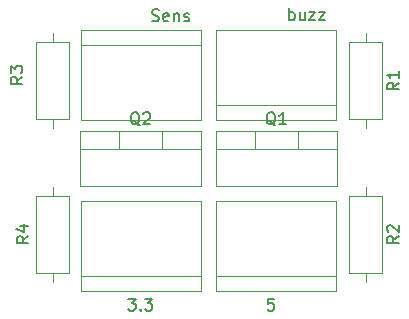
<source format=gbr>
%TF.GenerationSoftware,KiCad,Pcbnew,8.0.5*%
%TF.CreationDate,2024-11-22T10:44:55-04:00*%
%TF.ProjectId,PCB para imprimir,50434220-7061-4726-9120-696d7072696d,rev?*%
%TF.SameCoordinates,Original*%
%TF.FileFunction,Legend,Top*%
%TF.FilePolarity,Positive*%
%FSLAX46Y46*%
G04 Gerber Fmt 4.6, Leading zero omitted, Abs format (unit mm)*
G04 Created by KiCad (PCBNEW 8.0.5) date 2024-11-22 10:44:55*
%MOMM*%
%LPD*%
G01*
G04 APERTURE LIST*
%ADD10C,0.150000*%
%ADD11C,0.120000*%
G04 APERTURE END LIST*
D10*
X189454819Y-48166666D02*
X188978628Y-48499999D01*
X189454819Y-48738094D02*
X188454819Y-48738094D01*
X188454819Y-48738094D02*
X188454819Y-48357142D01*
X188454819Y-48357142D02*
X188502438Y-48261904D01*
X188502438Y-48261904D02*
X188550057Y-48214285D01*
X188550057Y-48214285D02*
X188645295Y-48166666D01*
X188645295Y-48166666D02*
X188788152Y-48166666D01*
X188788152Y-48166666D02*
X188883390Y-48214285D01*
X188883390Y-48214285D02*
X188931009Y-48261904D01*
X188931009Y-48261904D02*
X188978628Y-48357142D01*
X188978628Y-48357142D02*
X188978628Y-48738094D01*
X188454819Y-47833332D02*
X188454819Y-47214285D01*
X188454819Y-47214285D02*
X188835771Y-47547618D01*
X188835771Y-47547618D02*
X188835771Y-47404761D01*
X188835771Y-47404761D02*
X188883390Y-47309523D01*
X188883390Y-47309523D02*
X188931009Y-47261904D01*
X188931009Y-47261904D02*
X189026247Y-47214285D01*
X189026247Y-47214285D02*
X189264342Y-47214285D01*
X189264342Y-47214285D02*
X189359580Y-47261904D01*
X189359580Y-47261904D02*
X189407200Y-47309523D01*
X189407200Y-47309523D02*
X189454819Y-47404761D01*
X189454819Y-47404761D02*
X189454819Y-47690475D01*
X189454819Y-47690475D02*
X189407200Y-47785713D01*
X189407200Y-47785713D02*
X189359580Y-47833332D01*
X221324819Y-61666666D02*
X220848628Y-61999999D01*
X221324819Y-62238094D02*
X220324819Y-62238094D01*
X220324819Y-62238094D02*
X220324819Y-61857142D01*
X220324819Y-61857142D02*
X220372438Y-61761904D01*
X220372438Y-61761904D02*
X220420057Y-61714285D01*
X220420057Y-61714285D02*
X220515295Y-61666666D01*
X220515295Y-61666666D02*
X220658152Y-61666666D01*
X220658152Y-61666666D02*
X220753390Y-61714285D01*
X220753390Y-61714285D02*
X220801009Y-61761904D01*
X220801009Y-61761904D02*
X220848628Y-61857142D01*
X220848628Y-61857142D02*
X220848628Y-62238094D01*
X220420057Y-61285713D02*
X220372438Y-61238094D01*
X220372438Y-61238094D02*
X220324819Y-61142856D01*
X220324819Y-61142856D02*
X220324819Y-60904761D01*
X220324819Y-60904761D02*
X220372438Y-60809523D01*
X220372438Y-60809523D02*
X220420057Y-60761904D01*
X220420057Y-60761904D02*
X220515295Y-60714285D01*
X220515295Y-60714285D02*
X220610533Y-60714285D01*
X220610533Y-60714285D02*
X220753390Y-60761904D01*
X220753390Y-60761904D02*
X221324819Y-61333332D01*
X221324819Y-61333332D02*
X221324819Y-60714285D01*
X200428571Y-43407200D02*
X200571428Y-43454819D01*
X200571428Y-43454819D02*
X200809523Y-43454819D01*
X200809523Y-43454819D02*
X200904761Y-43407200D01*
X200904761Y-43407200D02*
X200952380Y-43359580D01*
X200952380Y-43359580D02*
X200999999Y-43264342D01*
X200999999Y-43264342D02*
X200999999Y-43169104D01*
X200999999Y-43169104D02*
X200952380Y-43073866D01*
X200952380Y-43073866D02*
X200904761Y-43026247D01*
X200904761Y-43026247D02*
X200809523Y-42978628D01*
X200809523Y-42978628D02*
X200619047Y-42931009D01*
X200619047Y-42931009D02*
X200523809Y-42883390D01*
X200523809Y-42883390D02*
X200476190Y-42835771D01*
X200476190Y-42835771D02*
X200428571Y-42740533D01*
X200428571Y-42740533D02*
X200428571Y-42645295D01*
X200428571Y-42645295D02*
X200476190Y-42550057D01*
X200476190Y-42550057D02*
X200523809Y-42502438D01*
X200523809Y-42502438D02*
X200619047Y-42454819D01*
X200619047Y-42454819D02*
X200857142Y-42454819D01*
X200857142Y-42454819D02*
X200999999Y-42502438D01*
X201809523Y-43407200D02*
X201714285Y-43454819D01*
X201714285Y-43454819D02*
X201523809Y-43454819D01*
X201523809Y-43454819D02*
X201428571Y-43407200D01*
X201428571Y-43407200D02*
X201380952Y-43311961D01*
X201380952Y-43311961D02*
X201380952Y-42931009D01*
X201380952Y-42931009D02*
X201428571Y-42835771D01*
X201428571Y-42835771D02*
X201523809Y-42788152D01*
X201523809Y-42788152D02*
X201714285Y-42788152D01*
X201714285Y-42788152D02*
X201809523Y-42835771D01*
X201809523Y-42835771D02*
X201857142Y-42931009D01*
X201857142Y-42931009D02*
X201857142Y-43026247D01*
X201857142Y-43026247D02*
X201380952Y-43121485D01*
X202285714Y-42788152D02*
X202285714Y-43454819D01*
X202285714Y-42883390D02*
X202333333Y-42835771D01*
X202333333Y-42835771D02*
X202428571Y-42788152D01*
X202428571Y-42788152D02*
X202571428Y-42788152D01*
X202571428Y-42788152D02*
X202666666Y-42835771D01*
X202666666Y-42835771D02*
X202714285Y-42931009D01*
X202714285Y-42931009D02*
X202714285Y-43454819D01*
X203142857Y-43407200D02*
X203238095Y-43454819D01*
X203238095Y-43454819D02*
X203428571Y-43454819D01*
X203428571Y-43454819D02*
X203523809Y-43407200D01*
X203523809Y-43407200D02*
X203571428Y-43311961D01*
X203571428Y-43311961D02*
X203571428Y-43264342D01*
X203571428Y-43264342D02*
X203523809Y-43169104D01*
X203523809Y-43169104D02*
X203428571Y-43121485D01*
X203428571Y-43121485D02*
X203285714Y-43121485D01*
X203285714Y-43121485D02*
X203190476Y-43073866D01*
X203190476Y-43073866D02*
X203142857Y-42978628D01*
X203142857Y-42978628D02*
X203142857Y-42931009D01*
X203142857Y-42931009D02*
X203190476Y-42835771D01*
X203190476Y-42835771D02*
X203285714Y-42788152D01*
X203285714Y-42788152D02*
X203428571Y-42788152D01*
X203428571Y-42788152D02*
X203523809Y-42835771D01*
X210864761Y-52280057D02*
X210769523Y-52232438D01*
X210769523Y-52232438D02*
X210674285Y-52137200D01*
X210674285Y-52137200D02*
X210531428Y-51994342D01*
X210531428Y-51994342D02*
X210436190Y-51946723D01*
X210436190Y-51946723D02*
X210340952Y-51946723D01*
X210388571Y-52184819D02*
X210293333Y-52137200D01*
X210293333Y-52137200D02*
X210198095Y-52041961D01*
X210198095Y-52041961D02*
X210150476Y-51851485D01*
X210150476Y-51851485D02*
X210150476Y-51518152D01*
X210150476Y-51518152D02*
X210198095Y-51327676D01*
X210198095Y-51327676D02*
X210293333Y-51232438D01*
X210293333Y-51232438D02*
X210388571Y-51184819D01*
X210388571Y-51184819D02*
X210579047Y-51184819D01*
X210579047Y-51184819D02*
X210674285Y-51232438D01*
X210674285Y-51232438D02*
X210769523Y-51327676D01*
X210769523Y-51327676D02*
X210817142Y-51518152D01*
X210817142Y-51518152D02*
X210817142Y-51851485D01*
X210817142Y-51851485D02*
X210769523Y-52041961D01*
X210769523Y-52041961D02*
X210674285Y-52137200D01*
X210674285Y-52137200D02*
X210579047Y-52184819D01*
X210579047Y-52184819D02*
X210388571Y-52184819D01*
X211769523Y-52184819D02*
X211198095Y-52184819D01*
X211483809Y-52184819D02*
X211483809Y-51184819D01*
X211483809Y-51184819D02*
X211388571Y-51327676D01*
X211388571Y-51327676D02*
X211293333Y-51422914D01*
X211293333Y-51422914D02*
X211198095Y-51470533D01*
X199364761Y-52280057D02*
X199269523Y-52232438D01*
X199269523Y-52232438D02*
X199174285Y-52137200D01*
X199174285Y-52137200D02*
X199031428Y-51994342D01*
X199031428Y-51994342D02*
X198936190Y-51946723D01*
X198936190Y-51946723D02*
X198840952Y-51946723D01*
X198888571Y-52184819D02*
X198793333Y-52137200D01*
X198793333Y-52137200D02*
X198698095Y-52041961D01*
X198698095Y-52041961D02*
X198650476Y-51851485D01*
X198650476Y-51851485D02*
X198650476Y-51518152D01*
X198650476Y-51518152D02*
X198698095Y-51327676D01*
X198698095Y-51327676D02*
X198793333Y-51232438D01*
X198793333Y-51232438D02*
X198888571Y-51184819D01*
X198888571Y-51184819D02*
X199079047Y-51184819D01*
X199079047Y-51184819D02*
X199174285Y-51232438D01*
X199174285Y-51232438D02*
X199269523Y-51327676D01*
X199269523Y-51327676D02*
X199317142Y-51518152D01*
X199317142Y-51518152D02*
X199317142Y-51851485D01*
X199317142Y-51851485D02*
X199269523Y-52041961D01*
X199269523Y-52041961D02*
X199174285Y-52137200D01*
X199174285Y-52137200D02*
X199079047Y-52184819D01*
X199079047Y-52184819D02*
X198888571Y-52184819D01*
X199698095Y-51280057D02*
X199745714Y-51232438D01*
X199745714Y-51232438D02*
X199840952Y-51184819D01*
X199840952Y-51184819D02*
X200079047Y-51184819D01*
X200079047Y-51184819D02*
X200174285Y-51232438D01*
X200174285Y-51232438D02*
X200221904Y-51280057D01*
X200221904Y-51280057D02*
X200269523Y-51375295D01*
X200269523Y-51375295D02*
X200269523Y-51470533D01*
X200269523Y-51470533D02*
X200221904Y-51613390D01*
X200221904Y-51613390D02*
X199650476Y-52184819D01*
X199650476Y-52184819D02*
X200269523Y-52184819D01*
X221324819Y-48666666D02*
X220848628Y-48999999D01*
X221324819Y-49238094D02*
X220324819Y-49238094D01*
X220324819Y-49238094D02*
X220324819Y-48857142D01*
X220324819Y-48857142D02*
X220372438Y-48761904D01*
X220372438Y-48761904D02*
X220420057Y-48714285D01*
X220420057Y-48714285D02*
X220515295Y-48666666D01*
X220515295Y-48666666D02*
X220658152Y-48666666D01*
X220658152Y-48666666D02*
X220753390Y-48714285D01*
X220753390Y-48714285D02*
X220801009Y-48761904D01*
X220801009Y-48761904D02*
X220848628Y-48857142D01*
X220848628Y-48857142D02*
X220848628Y-49238094D01*
X221324819Y-47714285D02*
X221324819Y-48285713D01*
X221324819Y-47999999D02*
X220324819Y-47999999D01*
X220324819Y-47999999D02*
X220467676Y-48095237D01*
X220467676Y-48095237D02*
X220562914Y-48190475D01*
X220562914Y-48190475D02*
X220610533Y-48285713D01*
X189954819Y-61666666D02*
X189478628Y-61999999D01*
X189954819Y-62238094D02*
X188954819Y-62238094D01*
X188954819Y-62238094D02*
X188954819Y-61857142D01*
X188954819Y-61857142D02*
X189002438Y-61761904D01*
X189002438Y-61761904D02*
X189050057Y-61714285D01*
X189050057Y-61714285D02*
X189145295Y-61666666D01*
X189145295Y-61666666D02*
X189288152Y-61666666D01*
X189288152Y-61666666D02*
X189383390Y-61714285D01*
X189383390Y-61714285D02*
X189431009Y-61761904D01*
X189431009Y-61761904D02*
X189478628Y-61857142D01*
X189478628Y-61857142D02*
X189478628Y-62238094D01*
X189288152Y-60809523D02*
X189954819Y-60809523D01*
X188907200Y-61047618D02*
X189621485Y-61285713D01*
X189621485Y-61285713D02*
X189621485Y-60666666D01*
X212023809Y-43374819D02*
X212023809Y-42374819D01*
X212023809Y-42755771D02*
X212119047Y-42708152D01*
X212119047Y-42708152D02*
X212309523Y-42708152D01*
X212309523Y-42708152D02*
X212404761Y-42755771D01*
X212404761Y-42755771D02*
X212452380Y-42803390D01*
X212452380Y-42803390D02*
X212499999Y-42898628D01*
X212499999Y-42898628D02*
X212499999Y-43184342D01*
X212499999Y-43184342D02*
X212452380Y-43279580D01*
X212452380Y-43279580D02*
X212404761Y-43327200D01*
X212404761Y-43327200D02*
X212309523Y-43374819D01*
X212309523Y-43374819D02*
X212119047Y-43374819D01*
X212119047Y-43374819D02*
X212023809Y-43327200D01*
X213357142Y-42708152D02*
X213357142Y-43374819D01*
X212928571Y-42708152D02*
X212928571Y-43231961D01*
X212928571Y-43231961D02*
X212976190Y-43327200D01*
X212976190Y-43327200D02*
X213071428Y-43374819D01*
X213071428Y-43374819D02*
X213214285Y-43374819D01*
X213214285Y-43374819D02*
X213309523Y-43327200D01*
X213309523Y-43327200D02*
X213357142Y-43279580D01*
X213738095Y-42708152D02*
X214261904Y-42708152D01*
X214261904Y-42708152D02*
X213738095Y-43374819D01*
X213738095Y-43374819D02*
X214261904Y-43374819D01*
X214547619Y-42708152D02*
X215071428Y-42708152D01*
X215071428Y-42708152D02*
X214547619Y-43374819D01*
X214547619Y-43374819D02*
X215071428Y-43374819D01*
X198412381Y-66954819D02*
X199031428Y-66954819D01*
X199031428Y-66954819D02*
X198698095Y-67335771D01*
X198698095Y-67335771D02*
X198840952Y-67335771D01*
X198840952Y-67335771D02*
X198936190Y-67383390D01*
X198936190Y-67383390D02*
X198983809Y-67431009D01*
X198983809Y-67431009D02*
X199031428Y-67526247D01*
X199031428Y-67526247D02*
X199031428Y-67764342D01*
X199031428Y-67764342D02*
X198983809Y-67859580D01*
X198983809Y-67859580D02*
X198936190Y-67907200D01*
X198936190Y-67907200D02*
X198840952Y-67954819D01*
X198840952Y-67954819D02*
X198555238Y-67954819D01*
X198555238Y-67954819D02*
X198460000Y-67907200D01*
X198460000Y-67907200D02*
X198412381Y-67859580D01*
X199460000Y-67859580D02*
X199507619Y-67907200D01*
X199507619Y-67907200D02*
X199460000Y-67954819D01*
X199460000Y-67954819D02*
X199412381Y-67907200D01*
X199412381Y-67907200D02*
X199460000Y-67859580D01*
X199460000Y-67859580D02*
X199460000Y-67954819D01*
X199840952Y-66954819D02*
X200459999Y-66954819D01*
X200459999Y-66954819D02*
X200126666Y-67335771D01*
X200126666Y-67335771D02*
X200269523Y-67335771D01*
X200269523Y-67335771D02*
X200364761Y-67383390D01*
X200364761Y-67383390D02*
X200412380Y-67431009D01*
X200412380Y-67431009D02*
X200459999Y-67526247D01*
X200459999Y-67526247D02*
X200459999Y-67764342D01*
X200459999Y-67764342D02*
X200412380Y-67859580D01*
X200412380Y-67859580D02*
X200364761Y-67907200D01*
X200364761Y-67907200D02*
X200269523Y-67954819D01*
X200269523Y-67954819D02*
X199983809Y-67954819D01*
X199983809Y-67954819D02*
X199888571Y-67907200D01*
X199888571Y-67907200D02*
X199840952Y-67859580D01*
X210738095Y-66954819D02*
X210261905Y-66954819D01*
X210261905Y-66954819D02*
X210214286Y-67431009D01*
X210214286Y-67431009D02*
X210261905Y-67383390D01*
X210261905Y-67383390D02*
X210357143Y-67335771D01*
X210357143Y-67335771D02*
X210595238Y-67335771D01*
X210595238Y-67335771D02*
X210690476Y-67383390D01*
X210690476Y-67383390D02*
X210738095Y-67431009D01*
X210738095Y-67431009D02*
X210785714Y-67526247D01*
X210785714Y-67526247D02*
X210785714Y-67764342D01*
X210785714Y-67764342D02*
X210738095Y-67859580D01*
X210738095Y-67859580D02*
X210690476Y-67907200D01*
X210690476Y-67907200D02*
X210595238Y-67954819D01*
X210595238Y-67954819D02*
X210357143Y-67954819D01*
X210357143Y-67954819D02*
X210261905Y-67907200D01*
X210261905Y-67907200D02*
X210214286Y-67859580D01*
D11*
%TO.C,R3*%
X190630000Y-45230000D02*
X190630000Y-51770000D01*
X190630000Y-51770000D02*
X193370000Y-51770000D01*
X192000000Y-44460000D02*
X192000000Y-45230000D01*
X192000000Y-52540000D02*
X192000000Y-51770000D01*
X193370000Y-45230000D02*
X190630000Y-45230000D01*
X193370000Y-51770000D02*
X193370000Y-45230000D01*
%TO.C,R2*%
X217130000Y-58230000D02*
X217130000Y-64770000D01*
X217130000Y-64770000D02*
X219870000Y-64770000D01*
X218500000Y-57460000D02*
X218500000Y-58230000D01*
X218500000Y-65540000D02*
X218500000Y-64770000D01*
X219870000Y-58230000D02*
X217130000Y-58230000D01*
X219870000Y-64770000D02*
X219870000Y-58230000D01*
%TO.C,Sens*%
X194420000Y-44190000D02*
X194420000Y-51810000D01*
X194420000Y-45460000D02*
X204580000Y-45460000D01*
X194420000Y-51810000D02*
X204580000Y-51810000D01*
X204580000Y-44190000D02*
X194420000Y-44190000D01*
X204580000Y-51810000D02*
X204580000Y-44190000D01*
%TO.C,Q1*%
X205840000Y-52730000D02*
X205840000Y-57371000D01*
X205840000Y-52730000D02*
X216080000Y-52730000D01*
X205840000Y-54240000D02*
X216080000Y-54240000D01*
X205840000Y-57371000D02*
X216080000Y-57371000D01*
X209110000Y-52730000D02*
X209110000Y-54240000D01*
X212811000Y-52730000D02*
X212811000Y-54240000D01*
X216080000Y-52730000D02*
X216080000Y-57371000D01*
%TO.C,Q2*%
X194340000Y-52730000D02*
X194340000Y-57371000D01*
X194340000Y-52730000D02*
X204580000Y-52730000D01*
X194340000Y-54240000D02*
X204580000Y-54240000D01*
X194340000Y-57371000D02*
X204580000Y-57371000D01*
X197610000Y-52730000D02*
X197610000Y-54240000D01*
X201311000Y-52730000D02*
X201311000Y-54240000D01*
X204580000Y-52730000D02*
X204580000Y-57371000D01*
%TO.C,R1*%
X217130000Y-45230000D02*
X217130000Y-51770000D01*
X217130000Y-51770000D02*
X219870000Y-51770000D01*
X218500000Y-44460000D02*
X218500000Y-45230000D01*
X218500000Y-52540000D02*
X218500000Y-51770000D01*
X219870000Y-45230000D02*
X217130000Y-45230000D01*
X219870000Y-51770000D02*
X219870000Y-45230000D01*
%TO.C,R4*%
X190630000Y-58230000D02*
X190630000Y-64770000D01*
X190630000Y-64770000D02*
X193370000Y-64770000D01*
X192000000Y-57460000D02*
X192000000Y-58230000D01*
X192000000Y-65540000D02*
X192000000Y-64770000D01*
X193370000Y-58230000D02*
X190630000Y-58230000D01*
X193370000Y-64770000D02*
X193370000Y-58230000D01*
%TO.C,buzz*%
X205880000Y-44190000D02*
X205880000Y-51810000D01*
X205880000Y-51810000D02*
X216040000Y-51810000D01*
X216040000Y-44190000D02*
X205880000Y-44190000D01*
X216040000Y-50540000D02*
X205880000Y-50540000D01*
X216040000Y-51810000D02*
X216040000Y-44190000D01*
%TO.C,3.3*%
X194380000Y-58690000D02*
X194380000Y-66310000D01*
X194380000Y-66310000D02*
X204540000Y-66310000D01*
X204540000Y-58690000D02*
X194380000Y-58690000D01*
X204540000Y-65040000D02*
X194380000Y-65040000D01*
X204540000Y-66310000D02*
X204540000Y-58690000D01*
%TO.C,5*%
X205880000Y-58690000D02*
X205880000Y-66310000D01*
X205880000Y-66310000D02*
X216040000Y-66310000D01*
X216040000Y-58690000D02*
X205880000Y-58690000D01*
X216040000Y-65040000D02*
X205880000Y-65040000D01*
X216040000Y-66310000D02*
X216040000Y-58690000D01*
%TD*%
M02*

</source>
